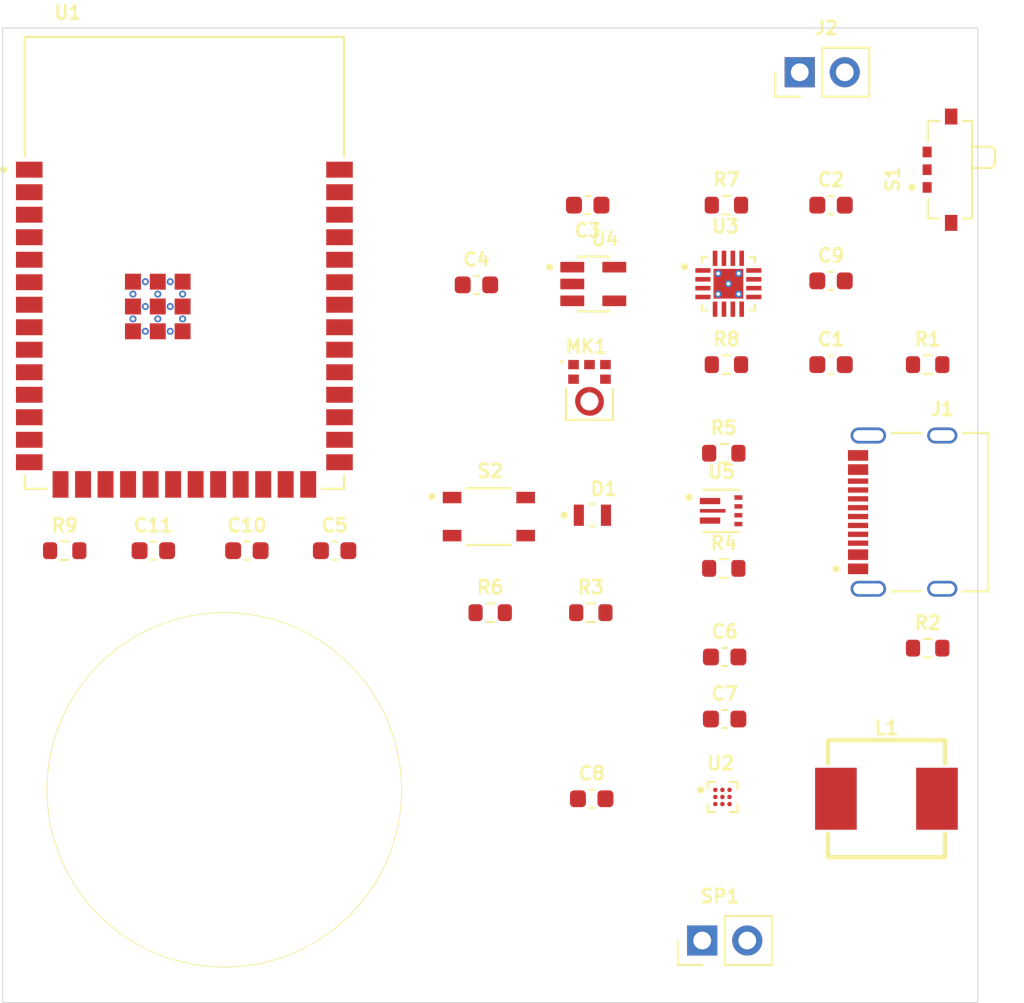
<source format=kicad_pcb>
(kicad_pcb (version 20241229) (generator "pcbnew") (generator_version "9.0")
  (layers (0 "F.Cu" signal) (2 "B.Cu" signal) (13 "F.Paste" user) (15 "B.Paste" user) (5 "F.SilkS" user "F.Silkscreen") (7 "B.SilkS" user "B.Silkscreen") (1 "F.Mask" user) (3 "B.Mask" user) (25 "Edge.Cuts" user))
  (net 0 "")
  (net 1 "/V_SYS_SW")
  (net 2 "/+3V3")
  (net 3 "VBUS")
  (net 5 "/+5V")
  (net 6 "/V_SYS")
  (net 7 "Net-(U1-EN)")
  (net 8 "Net-(D1-PadA)")
  (net 9 "GND")
  (net 10 "/GPIO19")
  (net 11 "Net-(J1-CC2)")
  (net 13 "Net-(J1-CC1)")
  (net 14 "/GPIO20")
  (net 15 "/VBAT")
  (net 16 "Net-(U5-SW)")
  (net 17 "/GPIO3")
  (net 18 "/GPIO9")
  (net 19 "/GPIO4")
  (net 22 "/GPIO8")
  (net 29 "/FB")
  (net 36 "Net-(R6-Pad1)")
  (net 39 "/GPIO7")
  (net 40 "Net-(U3-ISET)")
  (net 41 "Net-(U3-TS)")
  (net 44 "/OUTN")
  (net 46 "/OUTP")
  (net 49 "/GPIO6")
  (net 51 "/GPIO5")
  (footprint "Resistor_SMD:R_0603_1608Metric" (layer "F.Cu") (at 64.175 31)
    (property "Reference" "R1" (at 0 -1.43 0) (layer "F.SilkS") (effects (font (size 0.75 0.75))))
    (property "Value" "5.1k")
    (fp_line (start -0.237258 -0.5225) (end 0.237258 -0.5225) (stroke (width 0.12)) (layer "F.SilkS"))
    (fp_line (start -0.237258 0.5225) (end 0.237258 0.5225) (stroke (width 0.12)) (layer "F.SilkS"))
    (pad "1" smd roundrect (at -0.825 0) (size 0.8 0.95) (layers "F.Cu" "F.Mask" "F.Paste") (net 13 "Net-(J1-CC1)"))
    (pad "2" smd roundrect (at 0.825 0) (size 0.8 0.95) (layers "F.Cu" "F.Mask" "F.Paste") (net 9 "GND"))
  )
  (footprint "footprints:MIC_SPH0645LM4H-B" (layer "F.Cu") (at 45.1 33.074)
    (property "Reference" "MK1" (at -0.181918 -3.095393 0) (layer "F.SilkS") (effects (font (size 0.75 0.75))))
    (property "Value" "SPH0645LM4H-B")
    (fp_line (start -1.325 1.04) (end -1.325 -0.7) (stroke (width 0.127)) (layer "F.SilkS"))
    (fp_line (start 1.325 -0.7) (end 1.325 1.04) (stroke (width 0.127)) (layer "F.SilkS"))
    (fp_line (start 1.325 1.04) (end -1.325 1.04) (stroke (width 0.127)) (layer "F.SilkS"))
    (fp_circle (center -1.578 -2.232) (end -1.528 -2.232) (stroke (width 0.1)) (fill no) (layer "F.SilkS"))
    (pad "" np_thru_hole circle (at 0 0) (size 0.5 0.5) (drill 0.5) (layers "*.Cu" "*.Mask"))
    (pad "1" smd rect (at -0.9 -2.074) (size 0.6 0.522) (layers "F.Cu" "F.Mask" "F.Paste") (net 17 "/GPIO3"))
    (pad "2" smd rect (at -0.9 -1.252) (size 0.6 0.522) (layers "F.Cu" "F.Mask" "F.Paste") (net 9 "GND"))
    (pad "3" smd custom (at 0.65 -0.02) (size 0.1 0.1) (layers "F.Cu") (net 9 "GND") (options (clearance outline) (anchor rect)) (primitives (gr_poly (pts (xy -0.66 -0.49) (xy -0.66 -0.79) (xy -0.707 -0.789) (xy -0.748 -0.786) (xy -0.789 -0.78) (xy -0.83 -0.773) (xy -0.871 -0.763) (xy -0.911 -0.751) (xy -0.95 -0.737) (xy -0.988 -0.721) (xy -1.026 -0.703) (xy -1.063 -0.684) (xy -1.098 -0.662) (xy -1.132 -0.638) (xy -1.165 -0.613) (xy -1.197 -0.586) (xy -1.227 -0.557) (xy -1.256 -0.527) (xy -1.283 -0.495) (xy -1.308 -0.462) (xy -1.332 -0.428) (xy -1.354 -0.393) (xy -1.373 -0.356) (xy -1.391 -0.318) (xy -1.407 -0.28) (xy -1.421 -0.241) (xy -1.433 -0.201) (xy -1.443 -0.16) (xy -1.45 -0.119) (xy -1.456 -0.078) (xy -1.459 -0.037) (xy -1.46 0) (xy -1.459 0.043) (xy -1.455 0.087) (xy -1.45 0.13) (xy -1.442 0.173) (xy -1.432 0.215) (xy -1.419 0.256) (xy -1.405 0.297) (xy -1.388 0.338) (xy -1.37 0.377) (xy -1.349 0.415) (xy -1.326 0.452) (xy -1.301 0.488) (xy -1.275 0.522) (xy -1.247 0.555) (xy -1.217 0.587) (xy -1.185 0.617) (xy -1.152 0.645) (xy -1.118 0.671) (xy -1.082 0.696) (xy -1.045 0.719) (xy -1.007 0.74) (xy -0.968 0.758) (xy -0.927 0.775) (xy -0.886 0.789) (xy -0.845 0.802) (xy -0.803 0.812) (xy -0.76 0.82) (xy -0.717 0.825) (xy -0.673 0.829) (xy -0.63 0.83) (xy -0.62 0.83) (xy -0.579 0.829) (xy -0.538 0.826) (xy -0.498 0.82) (xy -0.458 0.813) (xy -0.418 0.803) (xy -0.379 0.792) (xy -0.34 0.778) (xy -0.303 0.763) (xy -0.266 0.745) (xy -0.23 0.725) (xy -0.195 0.704) (xy -0.162 0.681) (xy -0.129 0.656) (xy -0.098 0.63) (xy -0.068 0.602) (xy -0.04 0.572) (xy -0.014 0.541) (xy 0.011 0.508) (xy 0.034 0.475) (xy 0.055 0.44) (xy 0.075 0.404) (xy 0.093 0.367) (xy 0.108 0.33) (xy 0.122 0.291) (xy 0.133 0.252) (xy 0.143 0.212) (xy 0.15 0.172) (xy 0.156 0.132) (xy 0.159 0.091) (xy 0.16 0.05) (xy 0.16 0.02) (xy 0.159 -0.022) (xy 0.156 -0.065) (xy 0.15 -0.107) (xy 0.142 -0.148) (xy 0.132 -0.19) (xy 0.12 -0.23) (xy 0.106 -0.27) (xy 0.09 -0.309) (xy 0.072 -0.348) (xy 0.051 -0.385) (xy 0.029 -0.421) (xy 0.005 -0.456) (xy -0.021 -0.49) (xy -0.048 -0.522) (xy -0.077 -0.553) (xy -0.108 -0.582) (xy -0.14 -0.609) (xy -0.174 -0.635) (xy -0.209 -0.659) (xy -0.245 -0.681) (xy -0.282 -0.702) (xy -0.321 -0.72) (xy -0.36 -0.736) (xy -0.4 -0.75) (xy -0.44 -0.762) (xy -0.482 -0.772) (xy -0.523 -0.78) (xy -0.565 -0.786) (xy -0.608 -0.789) (xy -0.65 -0.79) (xy -0.65 -0.49) (xy -0.627 -0.49) (xy -0.601 -0.488) (xy -0.575 -0.485) (xy -0.549 -0.481) (xy -0.523 -0.475) (xy -0.497 -0.468) (xy -0.472 -0.46) (xy -0.448 -0.45) (xy -0.424 -0.439) (xy -0.4 -0.427) (xy -0.377 -0.413) (xy -0.355 -0.399) (xy -0.334 -0.383) (xy -0.314 -0.366) (xy -0.294 -0.348) (xy -0.276 -0.329) (xy -0.258 -0.31) (xy -0.242 -0.289) (xy -0.226 -0.267) (xy -0.212 -0.245) (xy -0.199 -0.222) (xy -0.187 -0.198) (xy -0.177 -0.174) (xy -0.167 -0.149) (xy -0.16 -0.124) (xy -0.153 -0.099) (xy -0.148 -0.073) (xy -0.144 -0.047) (xy -0.141 -0.02) (xy -0.14 0.01) (xy -0.141 0.037) (xy -0.143 0.064) (xy -0.146 0.091) (xy -0.151 0.118) (xy -0.158 0.145) (xy -0.165 0.171) (xy -0.175 0.196) (xy -0.185 0.222) (xy -0.197 0.246) (xy -0.21 0.27) (xy -0.224 0.293) (xy -0.239 0.316) (xy -0.256 0.337) (xy -0.274 0.358) (xy -0.292 0.378) (xy -0.312 0.396) (xy -0.333 0.414) (xy -0.354 0.431) (xy -0.377 0.446) (xy -0.4 0.46) (xy -0.424 0.473) (xy -0.448 0.485) (xy -0.474 0.495) (xy -0.499 0.505) (xy -0.525 0.512) (xy -0.552 0.519) (xy -0.579 0.524) (xy -0.606 0.527) (xy -0.633 0.529) (xy -0.66 0.53) (xy -0.67 0.53) (xy -0.696 0.529) (xy -0.721 0.527) (xy -0.747 0.524) (xy -0.772 0.519) (xy -0.797 0.513) (xy -0.821 0.506) (xy -0.846 0.497) (xy -0.869 0.488) (xy -0.892 0.477) (xy -0.915 0.464) (xy -0.937 0.451) (xy -0.958 0.436) (xy -0.978 0.421) (xy -0.998 0.404) (xy -1.016 0.386) (xy -1.034 0.368) (xy -1.051 0.348) (xy -1.066 0.328) (xy -1.081 0.307) (xy -1.094 0.285) (xy -1.107 0.262) (xy -1.118 0.239) (xy -1.127 0.216) (xy -1.136 0.191) (xy -1.143 0.167) (xy -1.149 0.142) (xy -1.154 0.117) (xy -1.157 0.091) (xy -1.159 0.066) (xy -1.16 0.04) (xy -1.16 0.01) (xy -1.159 -0.016) (xy -1.157 -0.042) (xy -1.154 -0.068) (xy -1.149 -0.094) (xy -1.143 -0.119) (xy -1.136 -0.145) (xy -1.127 -0.169) (xy -1.117 -0.193) (xy -1.106 -0.217) (xy -1.093 -0.24) (xy -1.079 -0.262) (xy -1.065 -0.284) (xy -1.049 -0.305) (xy -1.032 -0.325) (xy -1.014 -0.344) (xy -0.995 -0.362) (xy -0.975 -0.379) (xy -0.954 -0.395) (xy -0.932 -0.409) (xy -0.91 -0.423) (xy -0.887 -0.436) (xy -0.863 -0.447) (xy -0.839 -0.457) (xy -0.815 -0.466) (xy -0.789 -0.473) (xy -0.764 -0.479) (xy -0.738 -0.484) (xy -0.712 -0.487) (xy -0.686 -0.489) (xy -0.66 -0.49)) (width 0.001) (fill yes))))
    (pad "4" smd rect (at 0.9 -1.252) (size 0.6 0.522) (layers "F.Cu" "F.Mask" "F.Paste") (net 19 "/GPIO4"))
    (pad "5" smd rect (at 0.9 -2.074) (size 0.6 0.522) (layers "F.Cu" "F.Mask" "F.Paste") (net 2 "/+3V3"))
    (pad "6" smd rect (at 0 -2.074) (size 0.6 0.522) (layers "F.Cu" "F.Mask" "F.Paste") (net 18 "/GPIO9"))
  )
  (footprint "footprints:XCVR_ESP32S3WROOM1N8R8" (layer "F.Cu") (at 22.25 25.26)
    (property "Reference" "U1" (at -6.575 -14.135 0) (layer "F.SilkS") (effects (font (size 0.75 0.75))))
    (property "Value" "ESP32-S3-WROOM-1-N8R8")
    (fp_line (start -9 -12.75) (end 9 -12.75) (stroke (width 0.127)) (layer "F.SilkS"))
    (fp_line (start -9 -6.03) (end -9 -12.75) (stroke (width 0.127)) (layer "F.SilkS"))
    (fp_line (start -9 12.02) (end -9 12.75) (stroke (width 0.127)) (layer "F.SilkS"))
    (fp_line (start -9 12.75) (end -7.755 12.75) (stroke (width 0.127)) (layer "F.SilkS"))
    (fp_line (start 9 -12.75) (end 9 -6.03) (stroke (width 0.127)) (layer "F.SilkS"))
    (fp_line (start 9 12.02) (end 9 12.75) (stroke (width 0.127)) (layer "F.SilkS"))
    (fp_line (start 9 12.75) (end 7.755 12.75) (stroke (width 0.127)) (layer "F.SilkS"))
    (fp_circle (center -10.2 -5.26) (end -10.1 -5.26) (stroke (width 0.2)) (fill no) (layer "F.SilkS"))
    (pad "1" smd rect (at -8.75 -5.26) (size 1.5 0.9) (layers "F.Cu" "F.Mask" "F.Paste") (net 9 "GND"))
    (pad "2" smd rect (at -8.75 -3.99) (size 1.5 0.9) (layers "F.Cu" "F.Mask" "F.Paste") (net 2 "/+3V3"))
    (pad "3" smd rect (at -8.75 -2.72) (size 1.5 0.9) (layers "F.Cu" "F.Mask" "F.Paste") (net 7 "Net-(U1-EN)"))
    (pad "4" smd rect (at -8.75 -1.45) (size 1.5 0.9) (layers "F.Cu" "F.Mask" "F.Paste") (net 19 "/GPIO4"))
    (pad "5" smd rect (at -8.75 -0.18) (size 1.5 0.9) (layers "F.Cu" "F.Mask" "F.Paste") (net 51 "/GPIO5"))
    (pad "6" smd rect (at -8.75 1.09) (size 1.5 0.9) (layers "F.Cu" "F.Mask" "F.Paste") (net 49 "/GPIO6"))
    (pad "7" smd rect (at -8.75 2.36) (size 1.5 0.9) (layers "F.Cu" "F.Mask" "F.Paste") (net 39 "/GPIO7"))
    (pad "8" smd rect (at -8.75 3.63) (size 1.5 0.9) (layers "F.Cu" "F.Mask" "F.Paste"))
    (pad "9" smd rect (at -8.75 4.9) (size 1.5 0.9) (layers "F.Cu" "F.Mask" "F.Paste"))
    (pad "10" smd rect (at -8.75 6.17) (size 1.5 0.9) (layers "F.Cu" "F.Mask" "F.Paste"))
    (pad "11" smd rect (at -8.75 7.44) (size 1.5 0.9) (layers "F.Cu" "F.Mask" "F.Paste"))
    (pad "12" smd rect (at -8.75 8.71) (size 1.5 0.9) (layers "F.Cu" "F.Mask" "F.Paste") (net 22 "/GPIO8"))
    (pad "13" smd rect (at -8.75 9.98) (size 1.5 0.9) (layers "F.Cu" "F.Mask" "F.Paste"))
    (pad "14" smd rect (at -8.75 11.25) (size 1.5 0.9) (layers "F.Cu" "F.Mask" "F.Paste"))
    (pad "15" smd rect (at -6.985 12.5) (size 0.9 1.5) (layers "F.Cu" "F.Mask" "F.Paste") (net 17 "/GPIO3"))
    (pad "16" smd rect (at -5.715 12.5) (size 0.9 1.5) (layers "F.Cu" "F.Mask" "F.Paste"))
    (pad "17" smd rect (at -4.445 12.5) (size 0.9 1.5) (layers "F.Cu" "F.Mask" "F.Paste") (net 18 "/GPIO9"))
    (pad "18" smd rect (at -3.175 12.5) (size 0.9 1.5) (layers "F.Cu" "F.Mask" "F.Paste"))
    (pad "19" smd rect (at -1.905 12.5) (size 0.9 1.5) (layers "F.Cu" "F.Mask" "F.Paste") (net 10 "/GPIO19"))
    (pad "20" smd rect (at -0.635 12.5) (size 0.9 1.5) (layers "F.Cu" "F.Mask" "F.Paste") (net 14 "/GPIO20"))
    (pad "21" smd rect (at 0.635 12.5) (size 0.9 1.5) (layers "F.Cu" "F.Mask" "F.Paste"))
    (pad "22" smd rect (at 1.905 12.5) (size 0.9 1.5) (layers "F.Cu" "F.Mask" "F.Paste"))
    (pad "23" smd rect (at 3.175 12.5) (size 0.9 1.5) (layers "F.Cu" "F.Mask" "F.Paste"))
    (pad "24" smd rect (at 4.445 12.5) (size 0.9 1.5) (layers "F.Cu" "F.Mask" "F.Paste"))
    (pad "25" smd rect (at 5.715 12.5) (size 0.9 1.5) (layers "F.Cu" "F.Mask" "F.Paste"))
    (pad "26" smd rect (at 6.985 12.5) (size 0.9 1.5) (layers "F.Cu" "F.Mask" "F.Paste"))
    (pad "27" smd rect (at 8.75 11.25) (size 1.5 0.9) (layers "F.Cu" "F.Mask" "F.Paste"))
    (pad "28" smd rect (at 8.75 9.98) (size 1.5 0.9) (layers "F.Cu" "F.Mask" "F.Paste"))
    (pad "29" smd rect (at 8.75 8.71) (size 1.5 0.9) (layers "F.Cu" "F.Mask" "F.Paste"))
    (pad "30" smd rect (at 8.75 7.44) (size 1.5 0.9) (layers "F.Cu" "F.Mask" "F.Paste"))
    (pad "31" smd rect (at 8.75 6.17) (size 1.5 0.9) (layers "F.Cu" "F.Mask" "F.Paste"))
    (pad "32" smd rect (at 8.75 4.9) (size 1.5 0.9) (layers "F.Cu" "F.Mask" "F.Paste"))
    (pad "33" smd rect (at 8.75 3.63) (size 1.5 0.9) (layers "F.Cu" "F.Mask" "F.Paste"))
    (pad "34" smd rect (at 8.75 2.36) (size 1.5 0.9) (layers "F.Cu" "F.Mask" "F.Paste"))
    (pad "35" smd rect (at 8.75 1.09) (size 1.5 0.9) (layers "F.Cu" "F.Mask" "F.Paste"))
    (pad "36" smd rect (at 8.75 -0.18) (size 1.5 0.9) (layers "F.Cu" "F.Mask" "F.Paste"))
    (pad "37" smd rect (at 8.75 -1.45) (size 1.5 0.9) (layers "F.Cu" "F.Mask" "F.Paste"))
    (pad "38" smd rect (at 8.75 -2.72) (size 1.5 0.9) (layers "F.Cu" "F.Mask" "F.Paste"))
    (pad "39" smd rect (at 8.75 -3.99) (size 1.5 0.9) (layers "F.Cu" "F.Mask" "F.Paste"))
    (pad "40" smd rect (at 8.75 -5.26) (size 1.5 0.9) (layers "F.Cu" "F.Mask" "F.Paste") (net 9 "GND"))
    (pad "41_1" smd rect (at -1.5 2.46) (size 0.9 0.9) (layers "F.Cu" "F.Mask" "F.Paste") (net 9 "GND"))
    (pad "41_2" smd rect (at -2.9 2.46) (size 0.9 0.9) (layers "F.Cu" "F.Mask" "F.Paste") (net 9 "GND"))
    (pad "41_3" smd rect (at -0.1 2.46) (size 0.9 0.9) (layers "F.Cu" "F.Mask" "F.Paste") (net 9 "GND"))
    (pad "41_4" smd rect (at -2.9 3.86) (size 0.9 0.9) (layers "F.Cu" "F.Mask" "F.Paste") (net 9 "GND"))
    (pad "41_5" smd rect (at -1.5 3.86) (size 0.9 0.9) (layers "F.Cu" "F.Mask" "F.Paste") (net 9 "GND"))
    (pad "41_6" smd rect (at -0.1 3.86) (size 0.9 0.9) (layers "F.Cu" "F.Mask" "F.Paste") (net 9 "GND"))
    (pad "41_7" smd rect (at -2.9 1.06) (size 0.9 0.9) (layers "F.Cu" "F.Mask" "F.Paste") (net 9 "GND"))
    (pad "41_8" smd rect (at -1.5 1.06) (size 0.9 0.9) (layers "F.Cu" "F.Mask" "F.Paste") (net 9 "GND"))
    (pad "41_9" smd rect (at -0.1 1.06) (size 0.9 0.9) (layers "F.Cu" "F.Mask" "F.Paste") (net 9 "GND"))
    (pad "41_10" thru_hole circle (at -1.5 1.76) (size 0.4 0.4) (drill 0.2) (layers "*.Cu"))
    (pad "41_11" thru_hole circle (at -2.9 1.76) (size 0.4 0.4) (drill 0.2) (layers "*.Cu"))
    (pad "41_12" thru_hole circle (at -0.1 1.76) (size 0.4 0.4) (drill 0.2) (layers "*.Cu"))
    (pad "41_13" thru_hole circle (at -2.9 3.16) (size 0.4 0.4) (drill 0.2) (layers "*.Cu"))
    (pad "41_14" thru_hole circle (at -1.5 3.16) (size 0.4 0.4) (drill 0.2) (layers "*.Cu"))
    (pad "41_15" thru_hole circle (at -0.1 3.16) (size 0.4 0.4) (drill 0.2) (layers "*.Cu"))
    (pad "41_16" thru_hole circle (at -2.2 1.06) (size 0.4 0.4) (drill 0.2) (layers "*.Cu"))
    (pad "41_17" thru_hole circle (at -0.8 1.06) (size 0.4 0.4) (drill 0.2) (layers "*.Cu"))
    (pad "41_18" thru_hole circle (at -2.2 2.46) (size 0.4 0.4) (drill 0.2) (layers "*.Cu"))
    (pad "41_19" thru_hole circle (at -0.8 2.46) (size 0.4 0.4) (drill 0.2) (layers "*.Cu"))
    (pad "41_20" thru_hole circle (at -2.2 3.86) (size 0.4 0.4) (drill 0.2) (layers "*.Cu"))
    (pad "41_21" thru_hole circle (at -0.8 3.86) (size 0.4 0.4) (drill 0.2) (layers "*.Cu"))
  )
  (footprint "footprints:CONV_TPS61022RWUR" (layer "F.Cu") (at 52.525 39.25)
    (property "Reference" "U5" (at 0.025 -2.195 0) (layer "F.SilkS") (effects (font (size 0.75 0.75))))
    (property "Value" "TPS61022RWUR")
    (fp_line (start -1 -1.19) (end 1 -1.19) (stroke (width 0.127)) (layer "F.SilkS"))
    (fp_line (start -1 1.19) (end 1 1.19) (stroke (width 0.127)) (layer "F.SilkS"))
    (fp_circle (center -1.8 -0.762) (end -1.7 -0.762) (stroke (width 0.2)) (fill no) (layer "F.SilkS"))
    (pad "1" smd rect (at -0.625 -0.55) (size 1.15 0.35) (layers "F.Cu") (net 9 "GND"))
    (pad "2" smd rect (at -0.475 0) (size 1.45 0.2) (layers "F.Cu") (net 16 "Net-(U5-SW)"))
    (pad "3" smd rect (at -0.625 0.55) (size 1.15 0.35) (layers "F.Cu") (net 5 "/+5V"))
    (pad "4" smd rect (at 0.975 0.75) (size 0.45 0.25) (layers "F.Cu" "F.Paste") (net 29 "/FB"))
    (pad "5" smd rect (at 0.975 0.25) (size 0.45 0.25) (layers "F.Cu" "F.Paste") (net 1 "/V_SYS_SW"))
    (pad "6" smd rect (at 0.975 -0.25) (size 0.45 0.25) (layers "F.Cu" "F.Paste") (net 1 "/V_SYS_SW"))
    (pad "7" smd rect (at 0.975 -0.75) (size 0.45 0.25) (layers "F.Cu" "F.Paste") (net 1 "/V_SYS_SW"))
  )
  (footprint "" (layer "F.Cu") (at 20 55.5)
    (property "Reference" "" (at 0 0 0) (layer "F.SilkS") (effects (font (size 1.27 1.27))))
    (property "Value" "")
    (pad "" np_thru_hole circle (at 0 0 90) (size 0.8 0.8) (drill 0.8) (layers "*.Cu" "*.Mask"))
  )
  (footprint "footprints:LED_KT-0805W" (layer "F.Cu") (at 45.265 39.5)
    (property "Reference" "D1" (at 0.65 -1.49 0) (layer "F.SilkS") (effects (font (size 0.75 0.75))))
    (property "Value" "KT-0805W")
    (fp_line (start -0.13 -0.625) (end 0.13 -0.625) (stroke (width 0.127)) (layer "F.SilkS"))
    (fp_line (start -0.13 0.625) (end 0.13 0.625) (stroke (width 0.127)) (layer "F.SilkS"))
    (fp_circle (center -1.6 0) (end -1.5 0) (stroke (width 0.2)) (fill no) (layer "F.SilkS"))
    (pad "A" smd rect (at 0.765 0) (size 0.57 1.2) (layers "F.Cu" "F.Mask" "F.Paste") (net 8 "Net-(D1-PadA)"))
    (pad "C" smd rect (at -0.765 0) (size 0.57 1.2) (layers "F.Cu" "F.Mask" "F.Paste") (net 9 "GND"))
  )
  (footprint "footprints:IND-SMD_L7.2-W6.6_GPSR0730" (layer "F.Cu") (at 61.85 55.5)
    (property "Reference" "L1" (at 0 -4 0) (layer "F.SilkS") (effects (font (size 0.75 0.75))))
    (property "Value" "CYA0630-1.0UH")
    (fp_line (start -3.3 -3.3) (end -3.3 -1.99) (stroke (width 0.25)) (layer "F.SilkS"))
    (fp_line (start -3.3 -3.3) (end 3.3 -3.3) (stroke (width 0.25)) (layer "F.SilkS"))
    (fp_line (start -3.3 1.98) (end -3.3 3.3) (stroke (width 0.25)) (layer "F.SilkS"))
    (fp_line (start -3.3 3.3) (end 3.3 3.3) (stroke (width 0.25)) (layer "F.SilkS"))
    (fp_line (start 3.3 -3.3) (end 3.3 -1.99) (stroke (width 0.25)) (layer "F.SilkS"))
    (fp_line (start 3.3 1.98) (end 3.3 3.3) (stroke (width 0.25)) (layer "F.SilkS"))
    (pad "1" smd rect (at -2.85 0) (size 2.35 3.5) (layers "F.Cu" "F.Mask" "F.Paste") (net 16 "Net-(U5-SW)"))
    (pad "2" smd rect (at 2.85 0) (size 2.35 3.5) (layers "F.Cu" "F.Mask" "F.Paste") (net 1 "/V_SYS_SW"))
  )
  (footprint "" (layer "F.Cu") (at 24.5 60)
    (property "Reference" "" (at 0 0 0) (layer "F.SilkS") (effects (font (size 1.27 1.27))))
    (property "Value" "")
    (pad "" np_thru_hole circle (at 0 0 90) (size 0.8 0.8) (drill 0.8) (layers "*.Cu" "*.Mask"))
  )
  (footprint "Resistor_SMD:R_0603_1608Metric" (layer "F.Cu") (at 52.675 36)
    (property "Reference" "R5" (at 0 -1.43 0) (layer "F.SilkS") (effects (font (size 0.75 0.75))))
    (property "Value" "100k")
    (fp_line (start -0.237258 -0.5225) (end 0.237258 -0.5225) (stroke (width 0.12)) (layer "F.SilkS"))
    (fp_line (start -0.237258 0.5225) (end 0.237258 0.5225) (stroke (width 0.12)) (layer "F.SilkS"))
    (pad "1" smd roundrect (at -0.825 0) (size 0.8 0.95) (layers "F.Cu" "F.Mask" "F.Paste") (net 29 "/FB"))
    (pad "2" smd roundrect (at 0.825 0) (size 0.8 0.95) (layers "F.Cu" "F.Mask" "F.Paste") (net 9 "GND"))
  )
  (footprint "footprints:SW_SKRPABE010" (layer "F.Cu") (at 39.425 39.575)
    (property "Reference" "S2" (at 0.075 -2.575 0) (layer "F.SilkS") (effects (font (size 0.75 0.75))))
    (property "Value" "SKRPABE010")
    (fp_line (start -1.23 -1.6) (end 1.23 -1.6) (stroke (width 0.127)) (layer "F.SilkS"))
    (fp_line (start -1.23 1.6) (end 1.23 1.6) (stroke (width 0.127)) (layer "F.SilkS"))
    (fp_circle (center -3.218 -1.13) (end -3.118 -1.13) (stroke (width 0.2)) (fill no) (layer "F.SilkS"))
    (pad "1" smd rect (at -2.075 -1.075) (size 1.05 0.65) (layers "F.Cu" "F.Mask" "F.Paste") (net 36 "Net-(R6-Pad1)"))
    (pad "2" smd rect (at 2.075 -1.075) (size 1.05 0.65) (layers "F.Cu" "F.Mask" "F.Paste") (net 36 "Net-(R6-Pad1)"))
    (pad "3" smd rect (at -2.075 1.075) (size 1.05 0.65) (layers "F.Cu" "F.Mask" "F.Paste") (net 9 "GND"))
    (pad "4" smd rect (at 2.075 1.075) (size 1.05 0.65) (layers "F.Cu" "F.Mask" "F.Paste") (net 9 "GND"))
  )
  (footprint "Capacitor_SMD:C_0603_1608Metric" (layer "F.Cu") (at 58.725 31)
    (property "Reference" "C1" (at 0 -1.43 0) (layer "F.SilkS") (effects (font (size 0.75 0.75))))
    (property "Value" "10uF")
    (fp_line (start -0.14058 -0.51) (end 0.14058 -0.51) (stroke (width 0.12)) (layer "F.SilkS"))
    (fp_line (start -0.14058 0.51) (end 0.14058 0.51) (stroke (width 0.12)) (layer "F.SilkS"))
    (pad "1" smd roundrect (at -0.775 0) (size 0.9 0.95) (layers "F.Cu" "F.Mask" "F.Paste") (net 3 "VBUS"))
    (pad "2" smd roundrect (at 0.775 0) (size 0.9 0.95) (layers "F.Cu" "F.Mask" "F.Paste") (net 9 "GND"))
  )
  (footprint "footprints:BGA9N40P3X3_134X143X69N" (layer "F.Cu") (at 52.6 55.4)
    (property "Reference" "U2" (at -0.1 -1.9 0) (layer "F.SilkS") (effects (font (size 0.75 0.75))))
    (property "Value" "MAX98357AEWL_T")
    (fp_line (start -0.845 -0.845) (end -0.845 -0.4225) (stroke (width 0.127)) (layer "F.SilkS"))
    (fp_line (start -0.845 -0.845) (end -0.4225 -0.845) (stroke (width 0.127)) (layer "F.SilkS"))
    (fp_line (start -0.845 0.845) (end -0.845 0.4225) (stroke (width 0.127)) (layer "F.SilkS"))
    (fp_line (start -0.845 0.845) (end -0.4225 0.845) (stroke (width 0.127)) (layer "F.SilkS"))
    (fp_line (start 0.845 -0.845) (end 0.4225 -0.845) (stroke (width 0.127)) (layer "F.SilkS"))
    (fp_line (start 0.845 -0.845) (end 0.845 -0.4225) (stroke (width 0.127)) (layer "F.SilkS"))
    (fp_line (start 0.845 0.845) (end 0.4225 0.845) (stroke (width 0.127)) (layer "F.SilkS"))
    (fp_line (start 0.845 0.845) (end 0.845 0.4225) (stroke (width 0.127)) (layer "F.SilkS"))
    (fp_circle (center -1.231 -0.4) (end -1.131 -0.4) (stroke (width 0.2)) (fill no) (layer "F.SilkS"))
    (pad "A1" smd circle (at -0.4 -0.4) (size 0.25 0.25) (layers "F.Cu" "F.Mask" "F.Paste") (net 49 "/GPIO6"))
    (pad "A2" smd circle (at 0 -0.4) (size 0.25 0.25) (layers "F.Cu" "F.Mask" "F.Paste") (net 5 "/+5V"))
    (pad "A3" smd circle (at 0.4 -0.4) (size 0.25 0.25) (layers "F.Cu" "F.Mask" "F.Paste") (net 46 "/OUTP"))
    (pad "B1" smd circle (at -0.4 0) (size 0.25 0.25) (layers "F.Cu" "F.Mask" "F.Paste") (net 51 "/GPIO5"))
    (pad "B2" smd circle (at 0 0) (size 0.25 0.25) (layers "F.Cu" "F.Mask" "F.Paste"))
    (pad "B3" smd circle (at 0.4 0) (size 0.25 0.25) (layers "F.Cu" "F.Mask" "F.Paste") (net 44 "/OUTN"))
    (pad "C1" smd circle (at -0.4 0.4) (size 0.25 0.25) (layers "F.Cu" "F.Mask" "F.Paste") (net 19 "/GPIO4"))
    (pad "C2" smd circle (at 0 0.4) (size 0.25 0.25) (layers "F.Cu" "F.Mask" "F.Paste") (net 9 "GND"))
    (pad "C3" smd circle (at 0.4 0.4) (size 0.25 0.25) (layers "F.Cu" "F.Mask" "F.Paste") (net 17 "/GPIO3"))
  )
  (footprint "Resistor_SMD:R_0603_1608Metric" (layer "F.Cu") (at 64.175 47)
    (property "Reference" "R2" (at 0 -1.43 0) (layer "F.SilkS") (effects (font (size 0.75 0.75))))
    (property "Value" "5.1k")
    (fp_line (start -0.237258 -0.5225) (end 0.237258 -0.5225) (stroke (width 0.12)) (layer "F.SilkS"))
    (fp_line (start -0.237258 0.5225) (end 0.237258 0.5225) (stroke (width 0.12)) (layer "F.SilkS"))
    (pad "1" smd roundrect (at -0.825 0) (size 0.8 0.95) (layers "F.Cu" "F.Mask" "F.Paste") (net 11 "Net-(J1-CC2)"))
    (pad "2" smd roundrect (at 0.825 0) (size 0.8 0.95) (layers "F.Cu" "F.Mask" "F.Paste") (net 9 "GND"))
  )
  (footprint "Resistor_SMD:R_0603_1608Metric" (layer "F.Cu") (at 52.825 31)
    (property "Reference" "R8" (at 0 -1.43 0) (layer "F.SilkS") (effects (font (size 0.75 0.75))))
    (property "Value" "10k")
    (fp_line (start -0.237258 -0.5225) (end 0.237258 -0.5225) (stroke (width 0.12)) (layer "F.SilkS"))
    (fp_line (start -0.237258 0.5225) (end 0.237258 0.5225) (stroke (width 0.12)) (layer "F.SilkS"))
    (pad "1" smd roundrect (at -0.825 0) (size 0.8 0.95) (layers "F.Cu" "F.Mask" "F.Paste") (net 41 "Net-(U3-TS)"))
    (pad "2" smd roundrect (at 0.825 0) (size 0.8 0.95) (layers "F.Cu" "F.Mask" "F.Paste") (net 9 "GND"))
  )
  (footprint "Resistor_SMD:R_0603_1608Metric" (layer "F.Cu") (at 45.175 45)
    (property "Reference" "R3" (at 0 -1.43 0) (layer "F.SilkS") (effects (font (size 0.75 0.75))))
    (property "Value" "47R")
    (fp_line (start -0.237258 -0.5225) (end 0.237258 -0.5225) (stroke (width 0.12)) (layer "F.SilkS"))
    (fp_line (start -0.237258 0.5225) (end 0.237258 0.5225) (stroke (width 0.12)) (layer "F.SilkS"))
    (pad "1" smd roundrect (at -0.825 0) (size 0.8 0.95) (layers "F.Cu" "F.Mask" "F.Paste") (net 8 "Net-(D1-PadA)"))
    (pad "2" smd roundrect (at 0.825 0) (size 0.8 0.95) (layers "F.Cu" "F.Mask" "F.Paste") (net 22 "/GPIO8"))
  )
  (footprint "Resistor_SMD:R_0603_1608Metric" (layer "F.Cu") (at 39.5 45)
    (property "Reference" "R6" (at 0 -1.43 0) (layer "F.SilkS") (effects (font (size 0.75 0.75))))
    (property "Value" "10k")
    (fp_line (start -0.237258 -0.5225) (end 0.237258 -0.5225) (stroke (width 0.12)) (layer "F.SilkS"))
    (fp_line (start -0.237258 0.5225) (end 0.237258 0.5225) (stroke (width 0.12)) (layer "F.SilkS"))
    (pad "1" smd roundrect (at -0.825 0) (size 0.8 0.95) (layers "F.Cu" "F.Mask" "F.Paste") (net 36 "Net-(R6-Pad1)"))
    (pad "2" smd roundrect (at 0.825 0) (size 0.8 0.95) (layers "F.Cu" "F.Mask" "F.Paste") (net 39 "/GPIO7"))
  )
  (footprint "Capacitor_SMD:C_0603_1608Metric" (layer "F.Cu") (at 52.725 51)
    (property "Reference" "C7" (at 0 -1.43 0) (layer "F.SilkS") (effects (font (size 0.75 0.75))))
    (property "Value" "22uF")
    (fp_line (start -0.14058 -0.51) (end 0.14058 -0.51) (stroke (width 0.12)) (layer "F.SilkS"))
    (fp_line (start -0.14058 0.51) (end 0.14058 0.51) (stroke (width 0.12)) (layer "F.SilkS"))
    (pad "1" smd roundrect (at -0.775 0) (size 0.9 0.95) (layers "F.Cu" "F.Mask" "F.Paste") (net 5 "/+5V"))
    (pad "2" smd roundrect (at 0.775 0) (size 0.9 0.95) (layers "F.Cu" "F.Mask" "F.Paste") (net 9 "GND"))
  )
  (footprint "Capacitor_SMD:C_0603_1608Metric" (layer "F.Cu") (at 25.775 41.5)
    (property "Reference" "C10" (at 0 -1.43 0) (layer "F.SilkS") (effects (font (size 0.75 0.75))))
    (property "Value" "1uF")
    (fp_line (start -0.14058 -0.51) (end 0.14058 -0.51) (stroke (width 0.12)) (layer "F.SilkS"))
    (fp_line (start -0.14058 0.51) (end 0.14058 0.51) (stroke (width 0.12)) (layer "F.SilkS"))
    (pad "1" smd roundrect (at -0.775 0) (size 0.9 0.95) (layers "F.Cu" "F.Mask" "F.Paste") (net 2 "/+3V3"))
    (pad "2" smd roundrect (at 0.775 0) (size 0.9 0.95) (layers "F.Cu" "F.Mask" "F.Paste") (net 9 "GND"))
  )
  (footprint "Capacitor_SMD:C_0603_1608Metric" (layer "F.Cu") (at 38.725 26.5)
    (property "Reference" "C4" (at 0 -1.43 0) (layer "F.SilkS") (effects (font (size 0.75 0.75))))
    (property "Value" "0.1uF")
    (fp_line (start -0.14058 -0.51) (end 0.14058 -0.51) (stroke (width 0.12)) (layer "F.SilkS"))
    (fp_line (start -0.14058 0.51) (end 0.14058 0.51) (stroke (width 0.12)) (layer "F.SilkS"))
    (pad "1" smd roundrect (at -0.775 0) (size 0.9 0.95) (layers "F.Cu" "F.Mask" "F.Paste") (net 2 "/+3V3"))
    (pad "2" smd roundrect (at 0.775 0) (size 0.9 0.95) (layers "F.Cu" "F.Mask" "F.Paste") (net 9 "GND"))
  )
  (footprint "" (layer "F.Cu") (at 24.5 55.5)
    (property "Reference" "" (at 0 0 0) (layer "F.SilkS") (effects (font (size 1.27 1.27))))
    (property "Value" "")
    (pad "" np_thru_hole circle (at 0 0 90) (size 0.8 0.8) (drill 0.8) (layers "*.Cu" "*.Mask"))
  )
  (footprint "Capacitor_SMD:C_0603_1608Metric" (layer "F.Cu") (at 20.5 41.5)
    (property "Reference" "C11" (at 0 -1.43 0) (layer "F.SilkS") (effects (font (size 0.75 0.75))))
    (property "Value" "0.1uF")
    (fp_line (start -0.14058 -0.51) (end 0.14058 -0.51) (stroke (width 0.12)) (layer "F.SilkS"))
    (fp_line (start -0.14058 0.51) (end 0.14058 0.51) (stroke (width 0.12)) (layer "F.SilkS"))
    (pad "1" smd roundrect (at -0.775 0) (size 0.9 0.95) (layers "F.Cu" "F.Mask" "F.Paste") (net 7 "Net-(U1-EN)"))
    (pad "2" smd roundrect (at 0.775 0) (size 0.9 0.95) (layers "F.Cu" "F.Mask" "F.Paste") (net 9 "GND"))
  )
  (footprint "Resistor_SMD:R_0603_1608Metric" (layer "F.Cu") (at 52.675 42.5)
    (property "Reference" "R4" (at 0 -1.43 0) (layer "F.SilkS") (effects (font (size 0.75 0.75))))
    (property "Value" "732k")
    (fp_line (start -0.237258 -0.5225) (end 0.237258 -0.5225) (stroke (width 0.12)) (layer "F.SilkS"))
    (fp_line (start -0.237258 0.5225) (end 0.237258 0.5225) (stroke (width 0.12)) (layer "F.SilkS"))
    (pad "1" smd roundrect (at -0.825 0) (size 0.8 0.95) (layers "F.Cu" "F.Mask" "F.Paste") (net 5 "/+5V"))
    (pad "2" smd roundrect (at 0.825 0) (size 0.8 0.95) (layers "F.Cu" "F.Mask" "F.Paste") (net 29 "/FB"))
  )
  (footprint "Connector_PinHeader_2.54mm:PinHeader_1x02_P2.54mm_Vertical" (layer "F.Cu") (at 51.46 63.5 90)
    (property "Reference" "SP1" (at 2.5 1 180) (layer "F.SilkS") (effects (font (size 0.75 0.75))))
    (property "Value" "Conn_01x02")
    (fp_line (start -1.38 -1.38) (end 0 -1.38) (stroke (width 0.12)) (layer "F.SilkS"))
    (fp_line (start -1.38 0) (end -1.38 -1.38) (stroke (width 0.12)) (layer "F.SilkS"))
    (fp_line (start 1.38 1.27) (end 1.38 3.92) (stroke (width 0.12)) (layer "F.SilkS"))
    (fp_line (start -1.38 1.27) (end 1.38 1.27) (stroke (width 0.12)) (layer "F.SilkS"))
    (fp_line (start -1.38 1.27) (end -1.38 3.92) (stroke (width 0.12)) (layer "F.SilkS"))
    (fp_line (start -1.38 3.92) (end 1.38 3.92) (stroke (width 0.12)) (layer "F.SilkS"))
    (pad "1" thru_hole rect (at 0 0 90) (size 1.7 1.7) (drill 1) (layers "*.Cu" "*.Mask") (net 46 "/OUTP"))
    (pad "2" thru_hole circle (at 0 2.54 90) (size 1.7 1.7) (drill 1) (layers "*.Cu" "*.Mask") (net 44 "/OUTN"))
  )
  (footprint "Capacitor_SMD:C_0603_1608Metric" (layer "F.Cu") (at 58.725 26.275)
    (property "Reference" "C9" (at 0 -1.43 0) (layer "F.SilkS") (effects (font (size 0.75 0.75))))
    (property "Value" "10uF")
    (fp_line (start -0.14058 -0.51) (end 0.14058 -0.51) (stroke (width 0.12)) (layer "F.SilkS"))
    (fp_line (start -0.14058 0.51) (end 0.14058 0.51) (stroke (width 0.12)) (layer "F.SilkS"))
    (pad "1" smd roundrect (at -0.775 0) (size 0.9 0.95) (layers "F.Cu" "F.Mask" "F.Paste") (net 6 "/V_SYS"))
    (pad "2" smd roundrect (at 0.775 0) (size 0.9 0.95) (layers "F.Cu" "F.Mask" "F.Paste") (net 9 "GND"))
  )
  (footprint "" (layer "F.Cu") (at 20 50.5)
    (property "Reference" "" (at 0 0 0) (layer "F.SilkS") (effects (font (size 1.27 1.27))))
    (property "Value" "")
    (pad "" np_thru_hole circle (at 0 0 90) (size 0.8 0.8) (drill 0.8) (layers "*.Cu" "*.Mask"))
  )
  (footprint "Connector_PinHeader_2.54mm:PinHeader_1x02_P2.54mm_Vertical" (layer "F.Cu") (at 56.96 14.5 90)
    (property "Reference" "J2" (at 2.5 1.5 180) (layer "F.SilkS") (effects (font (size 0.75 0.75))))
    (property "Value" "Conn_01x02")
    (fp_line (start -1.38 -1.38) (end 0 -1.38) (stroke (width 0.12)) (layer "F.SilkS"))
    (fp_line (start -1.38 0) (end -1.38 -1.38) (stroke (width 0.12)) (layer "F.SilkS"))
    (fp_line (start 1.38 1.27) (end 1.38 3.92) (stroke (width 0.12)) (layer "F.SilkS"))
    (fp_line (start -1.38 1.27) (end 1.38 1.27) (stroke (width 0.12)) (layer "F.SilkS"))
    (fp_line (start -1.38 1.27) (end -1.38 3.92) (stroke (width 0.12)) (layer "F.SilkS"))
    (fp_line (start -1.38 3.92) (end 1.38 3.92) (stroke (width 0.12)) (layer "F.SilkS"))
    (pad "1" thru_hole rect (at 0 0 90) (size 1.7 1.7) (drill 1) (layers "*.Cu" "*.Mask") (net 15 "/VBAT"))
    (pad "2" thru_hole circle (at 0 2.54 90) (size 1.7 1.7) (drill 1) (layers "*.Cu" "*.Mask") (net 9 "GND"))
  )
  (footprint "Capacitor_SMD:C_0603_1608Metric" (layer "F.Cu") (at 45.225 55.5)
    (property "Reference" "C8" (at 0 -1.43 0) (layer "F.SilkS") (effects (font (size 0.75 0.75))))
    (property "Value" "0.1uF")
    (fp_line (start -0.14058 -0.51) (end 0.14058 -0.51) (stroke (width 0.12)) (layer "F.SilkS"))
    (fp_line (start -0.14058 0.51) (end 0.14058 0.51) (stroke (width 0.12)) (layer "F.SilkS"))
    (pad "1" smd roundrect (at -0.775 0) (size 0.9 0.95) (layers "F.Cu" "F.Mask" "F.Paste") (net 5 "/+5V"))
    (pad "2" smd roundrect (at 0.775 0) (size 0.9 0.95) (layers "F.Cu" "F.Mask" "F.Paste") (net 9 "GND"))
  )
  (footprint "" (layer "F.Cu") (at 28.5 60)
    (property "Reference" "" (at 0 0 0) (layer "F.SilkS") (effects (font (size 1.27 1.27))))
    (property "Value" "")
    (pad "" np_thru_hole circle (at 0 0 90) (size 0.8 0.8) (drill 0.8) (layers "*.Cu" "*.Mask"))
  )
  (footprint "" (layer "F.Cu") (at 20 60)
    (property "Reference" "" (at 0 0 0) (layer "F.SilkS") (effects (font (size 1.27 1.27))))
    (property "Value" "")
    (pad "" np_thru_hole circle (at 0 0 90) (size 0.8 0.8) (drill 0.8) (layers "*.Cu" "*.Mask"))
  )
  (footprint "Resistor_SMD:R_0603_1608Metric" (layer "F.Cu") (at 52.825 22)
    (property "Reference" "R7" (at 0 -1.43 0) (layer "F.SilkS") (effects (font (size 0.75 0.75))))
    (property "Value" "2.4k")
    (fp_line (start -0.237258 -0.5225) (end 0.237258 -0.5225) (stroke (width 0.12)) (layer "F.SilkS"))
    (fp_line (start -0.237258 0.5225) (end 0.237258 0.5225) (stroke (width 0.12)) (layer "F.SilkS"))
    (pad "1" smd roundrect (at -0.825 0) (size 0.8 0.95) (layers "F.Cu" "F.Mask" "F.Paste") (net 40 "Net-(U3-ISET)"))
    (pad "2" smd roundrect (at 0.825 0) (size 0.8 0.95) (layers "F.Cu" "F.Mask" "F.Paste") (net 9 "GND"))
  )
  (footprint "" (layer "F.Cu") (at 28.5 55.5)
    (property "Reference" "" (at 0 0 0) (layer "F.SilkS") (effects (font (size 1.27 1.27))))
    (property "Value" "")
    (pad "" np_thru_hole circle (at 0 0 90) (size 0.8 0.8) (drill 0.8) (layers "*.Cu" "*.Mask"))
  )
  (footprint "Capacitor_SMD:C_0603_1608Metric" (layer "F.Cu") (at 45 22 180)
    (property "Reference" "C3" (at 0 -1.43 0) (layer "F.SilkS") (effects (font (size 0.75 0.75))))
    (property "Value" "10uF")
    (fp_line (start -0.14058 0.51) (end 0.14058 0.51) (stroke (width 0.12)) (layer "F.SilkS"))
    (fp_line (start -0.14058 -0.51) (end 0.14058 -0.51) (stroke (width 0.12)) (layer "F.SilkS"))
    (pad "1" smd roundrect (at -0.775 0 180) (size 0.9 0.95) (layers "F.Cu" "F.Mask" "F.Paste") (net 2 "/+3V3"))
    (pad "2" smd roundrect (at 0.775 0 180) (size 0.9 0.95) (layers "F.Cu" "F.Mask" "F.Paste") (net 9 "GND"))
  )
  (footprint "Capacitor_SMD:C_0603_1608Metric" (layer "F.Cu") (at 30.725 41.5)
    (property "Reference" "C5" (at 0 -1.43 0) (layer "F.SilkS") (effects (font (size 0.75 0.75))))
    (property "Value" "0.1uF")
    (fp_line (start -0.14058 -0.51) (end 0.14058 -0.51) (stroke (width 0.12)) (layer "F.SilkS"))
    (fp_line (start -0.14058 0.51) (end 0.14058 0.51) (stroke (width 0.12)) (layer "F.SilkS"))
    (pad "1" smd roundrect (at -0.775 0) (size 0.9 0.95) (layers "F.Cu" "F.Mask" "F.Paste") (net 2 "/+3V3"))
    (pad "2" smd roundrect (at 0.775 0) (size 0.9 0.95) (layers "F.Cu" "F.Mask" "F.Paste") (net 9 "GND"))
  )
  (footprint "Resistor_SMD:R_0603_1608Metric" (layer "F.Cu") (at 15.5 41.5)
    (property "Reference" "R9" (at 0 -1.43 0) (layer "F.SilkS") (effects (font (size 0.75 0.75))))
    (property "Value" "10k")
    (fp_line (start -0.237258 -0.5225) (end 0.237258 -0.5225) (stroke (width 0.12)) (layer "F.SilkS"))
    (fp_line (start -0.237258 0.5225) (end 0.237258 0.5225) (stroke (width 0.12)) (layer "F.SilkS"))
    (pad "1" smd roundrect (at -0.825 0) (size 0.8 0.95) (layers "F.Cu" "F.Mask" "F.Paste") (net 7 "Net-(U1-EN)"))
    (pad "2" smd roundrect (at 0.825 0) (size 0.8 0.95) (layers "F.Cu" "F.Mask" "F.Paste") (net 2 "/+3V3"))
  )
  (footprint "Capacitor_SMD:C_0603_1608Metric" (layer "F.Cu") (at 58.725 22)
    (property "Reference" "C2" (at 0 -1.43 0) (layer "F.SilkS") (effects (font (size 0.75 0.75))))
    (property "Value" "10uF")
    (fp_line (start -0.14058 -0.51) (end 0.14058 -0.51) (stroke (width 0.12)) (layer "F.SilkS"))
    (fp_line (start -0.14058 0.51) (end 0.14058 0.51) (stroke (width 0.12)) (layer "F.SilkS"))
    (pad "1" smd roundrect (at -0.775 0) (size 0.9 0.95) (layers "F.Cu" "F.Mask" "F.Paste") (net 1 "/V_SYS_SW"))
    (pad "2" smd roundrect (at 0.775 0) (size 0.9 0.95) (layers "F.Cu" "F.Mask" "F.Paste") (net 9 "GND"))
  )
  (footprint "footprints:QFN50P300X300X100-17N" (layer "F.Cu") (at 52.935 26.435)
    (property "Reference" "U3" (at -0.165 -3.24 0) (layer "F.SilkS") (effects (font (size 0.75 0.75))))
    (property "Value" "BQ24074RGTR")
    (fp_line (start -1.5 -1.5) (end -1.5 -1.2) (stroke (width 0.127)) (layer "F.SilkS"))
    (fp_line (start -1.5 -1.5) (end -1.2 -1.5) (stroke (width 0.127)) (layer "F.SilkS"))
    (fp_line (start -1.5 1.5) (end -1.5 1.2) (stroke (width 0.127)) (layer "F.SilkS"))
    (fp_line (start -1.5 1.5) (end -1.2 1.5) (stroke (width 0.127)) (layer "F.SilkS"))
    (fp_line (start 1.5 -1.5) (end 1.2 -1.5) (stroke (width 0.127)) (layer "F.SilkS"))
    (fp_line (start 1.5 -1.5) (end 1.5 -1.2) (stroke (width 0.127)) (layer "F.SilkS"))
    (fp_line (start 1.5 1.5) (end 1.2 1.5) (stroke (width 0.127)) (layer "F.SilkS"))
    (fp_line (start 1.5 1.5) (end 1.5 1.2) (stroke (width 0.127)) (layer "F.SilkS"))
    (fp_circle (center -2.475 -0.95) (end -2.375 -0.95) (stroke (width 0.2)) (fill no) (layer "F.SilkS"))
    (pad "1" smd roundrect (at -1.435 -0.75) (size 0.86 0.26) (layers "F.Cu" "F.Mask" "F.Paste") (roundrect_rratio 0.125) (net 41 "Net-(U3-TS)"))
    (pad "2" smd roundrect (at -1.435 -0.25) (size 0.86 0.26) (layers "F.Cu" "F.Mask" "F.Paste") (roundrect_rratio 0.125) (net 15 "/VBAT"))
    (pad "3" smd roundrect (at -1.435 0.25) (size 0.86 0.26) (layers "F.Cu" "F.Mask" "F.Paste") (roundrect_rratio 0.125) (net 15 "/VBAT"))
    (pad "4" smd roundrect (at -1.435 0.75) (size 0.86 0.26) (layers "F.Cu" "F.Mask" "F.Paste") (roundrect_rratio 0.125) (net 9 "GND"))
    (pad "5" smd roundrect (at -0.75 1.435) (size 0.26 0.86) (layers "F.Cu" "F.Mask" "F.Paste") (roundrect_rratio 0.125) (net 9 "GND"))
    (pad "6" smd roundrect (at -0.25 1.435) (size 0.26 0.86) (layers "F.Cu" "F.Mask" "F.Paste") (roundrect_rratio 0.125) (net 3 "VBUS"))
    (pad "7" smd roundrect (at 0.25 1.435) (size 0.26 0.86) (layers "F.Cu" "F.Mask" "F.Paste") (roundrect_rratio 0.125))
    (pad "8" smd roundrect (at 0.75 1.435) (size 0.26 0.86) (layers "F.Cu" "F.Mask" "F.Paste") (roundrect_rratio 0.125) (net 9 "GND"))
    (pad "9" smd roundrect (at 1.435 0.75) (size 0.86 0.26) (layers "F.Cu" "F.Mask" "F.Paste") (roundrect_rratio 0.125))
    (pad "10" smd roundrect (at 1.435 0.25) (size 0.86 0.26) (layers "F.Cu" "F.Mask" "F.Paste") (roundrect_rratio 0.125) (net 6 "/V_SYS"))
    (pad "11" smd roundrect (at 1.435 -0.25) (size 0.86 0.26) (layers "F.Cu" "F.Mask" "F.Paste") (roundrect_rratio 0.125) (net 6 "/V_SYS"))
    (pad "12" smd roundrect (at 1.435 -0.75) (size 0.86 0.26) (layers "F.Cu" "F.Mask" "F.Paste") (roundrect_rratio 0.125) (net 9 "GND"))
    (pad "13" smd roundrect (at 0.75 -1.435) (size 0.26 0.86) (layers "F.Cu" "F.Mask" "F.Paste") (roundrect_rratio 0.125) (net 3 "VBUS"))
    (pad "14" smd roundrect (at 0.25 -1.435) (size 0.26 0.86) (layers "F.Cu" "F.Mask" "F.Paste") (roundrect_rratio 0.125) (net 9 "GND"))
    (pad "15" smd roundrect (at -0.25 -1.435) (size 0.26 0.86) (layers "F.Cu" "F.Mask" "F.Paste") (roundrect_rratio 0.125))
    (pad "16" smd roundrect (at -0.75 -1.435) (size 0.26 0.86) (layers "F.Cu" "F.Mask" "F.Paste") (roundrect_rratio 0.125) (net 40 "Net-(U3-ISET)"))
    (pad "17" smd rect (at 0 0) (size 1.68 1.68) (layers "F.Cu" "F.Mask") (net 9 "GND"))
    (pad "18" thru_hole circle (at 0 0) (size 0.4 0.4) (drill 0.2) (layers "*.Cu"))
    (pad "19" thru_hole circle (at -0.58 -0.58) (size 0.4 0.4) (drill 0.2) (layers "*.Cu"))
    (pad "20" thru_hole circle (at 0.58 -0.58) (size 0.4 0.4) (drill 0.2) (layers "*.Cu"))
    (pad "21" thru_hole circle (at -0.58 0.58) (size 0.4 0.4) (drill 0.2) (layers "*.Cu"))
    (pad "22" thru_hole circle (at 0.58 0.58) (size 0.4 0.4) (drill 0.2) (layers "*.Cu"))
  )
  (footprint "Capacitor_SMD:C_0603_1608Metric" (layer "F.Cu") (at 52.725 47.5)
    (property "Reference" "C6" (at 0 -1.43 0) (layer "F.SilkS") (effects (font (size 0.75 0.75))))
    (property "Value" "22uF")
    (fp_line (start -0.14058 -0.51) (end 0.14058 -0.51) (stroke (width 0.12)) (layer "F.SilkS"))
    (fp_line (start -0.14058 0.51) (end 0.14058 0.51) (stroke (width 0.12)) (layer "F.SilkS"))
    (pad "1" smd roundrect (at -0.775 0) (size 0.9 0.95) (layers "F.Cu" "F.Mask" "F.Paste") (net 5 "/+5V"))
    (pad "2" smd roundrect (at 0.775 0) (size 0.9 0.95) (layers "F.Cu" "F.Mask" "F.Paste") (net 9 "GND"))
  )
  (footprint "" (layer "F.Cu") (at 28.5 50.5)
    (property "Reference" "" (at 0 0 0) (layer "F.SilkS") (effects (font (size 1.27 1.27))))
    (property "Value" "")
    (pad "" np_thru_hole circle (at 0 0 90) (size 0.8 0.8) (drill 0.8) (layers "*.Cu" "*.Mask"))
  )
  (footprint "" (layer "F.Cu") (at 24.5 50.5)
    (property "Reference" "" (at 0 0 0) (layer "F.SilkS") (effects (font (size 1.27 1.27))))
    (property "Value" "")
    (pad "" np_thru_hole circle (at 0 0 90) (size 0.8 0.8) (drill 0.8) (layers "*.Cu" "*.Mask"))
  )
  (footprint "footprints:SOT95P285X140-5N" (layer "F.Cu") (at 45.315 26.45)
    (property "Reference" "U4" (at 0.66442 -2.53029 0) (layer "F.SilkS") (effects (font (size 0.75 0.75))))
    (property "Value" "AP2112K-3.3TRG1")
    (fp_line (start -0.85 -1.55) (end -0.85 -1.45) (stroke (width 0.127)) (layer "F.SilkS"))
    (fp_line (start -0.85 1.55) (end -0.85 1.45) (stroke (width 0.127)) (layer "F.SilkS"))
    (fp_line (start 0.85 -1.55) (end -0.85 -1.55) (stroke (width 0.127)) (layer "F.SilkS"))
    (fp_line (start 0.85 -1.55) (end 0.85 -1.45) (stroke (width 0.127)) (layer "F.SilkS"))
    (fp_line (start 0.85 1.55) (end -0.85 1.55) (stroke (width 0.127)) (layer "F.SilkS"))
    (fp_line (start 0.85 1.55) (end 0.85 1.45) (stroke (width 0.127)) (layer "F.SilkS"))
    (fp_circle (center -2.469 -0.95) (end -2.369 -0.95) (stroke (width 0.2)) (fill no) (layer "F.SilkS"))
    (pad "1" smd roundrect (at -1.185 -0.95) (size 1.35 0.6) (layers "F.Cu" "F.Mask" "F.Paste") (roundrect_rratio 0.075) (net 1 "/V_SYS_SW"))
    (pad "2" smd roundrect (at -1.185 0) (size 1.35 0.6) (layers "F.Cu" "F.Mask" "F.Paste") (roundrect_rratio 0.075) (net 9 "GND"))
    (pad "3" smd roundrect (at -1.185 0.95) (size 1.35 0.6) (layers "F.Cu" "F.Mask" "F.Paste") (roundrect_rratio 0.075) (net 1 "/V_SYS_SW"))
    (pad "4" smd roundrect (at 1.185 0.95) (size 1.35 0.6) (layers "F.Cu" "F.Mask" "F.Paste") (roundrect_rratio 0.075))
    (pad "5" smd roundrect (at 1.185 -0.95) (size 1.35 0.6) (layers "F.Cu" "F.Mask" "F.Paste") (roundrect_rratio 0.075) (net 2 "/+3V3"))
  )
  (footprint "footprints:SW_SSAJ110100" (layer "F.Cu") (at 65.425 20 90)
    (property "Reference" "S1" (at -0.525 -3.22 90) (layer "F.SilkS") (effects (font (size 0.75 0.75))))
    (property "Value" "SSAJ110100")
    (fp_line (start 2.75 -1.245) (end 2.75 -0.595) (stroke (width 0.127)) (layer "F.SilkS"))
    (fp_line (start 1.62 -1.245) (end 2.75 -1.245) (stroke (width 0.127)) (layer "F.SilkS"))
    (fp_line (start -2.75 -1.245) (end -1.62 -1.245) (stroke (width 0.127)) (layer "F.SilkS"))
    (fp_line (start -2.75 -0.595) (end -2.75 -1.245) (stroke (width 0.127)) (layer "F.SilkS"))
    (fp_line (start 2.75 1.255) (end 2.75 0.745) (stroke (width 0.127)) (layer "F.SilkS"))
    (fp_line (start 2.75 1.255) (end 1.3 1.255) (stroke (width 0.127)) (layer "F.SilkS"))
    (fp_line (start 1.3 1.255) (end 0.1 1.255) (stroke (width 0.127)) (layer "F.SilkS"))
    (fp_line (start 0.1 1.255) (end -2.75 1.255) (stroke (width 0.127)) (layer "F.SilkS"))
    (fp_line (start 0.1 1.255) (end 0.1 2.355) (stroke (width 0.127)) (layer "F.SilkS"))
    (fp_line (start -2.75 1.255) (end -2.75 0.745) (stroke (width 0.127)) (layer "F.SilkS"))
    (fp_line (start 1.3 2.355) (end 1.3 1.255) (stroke (width 0.127)) (layer "F.SilkS"))
    (fp_line (start 0.1 2.355) (end 0.3 2.555) (stroke (width 0.127)) (layer "F.SilkS"))
    (fp_line (start 1.1 2.555) (end 1.3 2.355) (stroke (width 0.127)) (layer "F.SilkS"))
    (fp_line (start 0.3 2.555) (end 1.1 2.555) (stroke (width 0.127)) (layer "F.SilkS"))
    (fp_circle (center -1 -2.135) (end -0.9 -2.135) (stroke (width 0.2)) (fill no) (layer "F.SilkS"))
    (pad "" np_thru_hole circle (at -1.5 0 90) (size 0.8 0.8) (drill 0.8) (layers "*.Cu" "*.Mask"))
    (pad "" np_thru_hole circle (at 1.5 0 90) (size 0.8 0.8) (drill 0.8) (layers "*.Cu" "*.Mask"))
    (pad "1" smd rect (at -1 -1.28 90) (size 0.6 0.51) (layers "F.Cu" "F.Mask" "F.Paste"))
    (pad "2" smd rect (at 1 -1.28 90) (size 0.6 0.51) (layers "F.Cu" "F.Mask" "F.Paste") (net 1 "/V_SYS_SW"))
    (pad "C" smd rect (at 0 -1.28 90) (size 0.6 0.51) (layers "F.Cu" "F.Mask" "F.Paste") (net 6 "/V_SYS"))
    (pad "S1" smd rect (at 3 0.075 90) (size 0.9 0.7) (layers "F.Cu" "F.Mask" "F.Paste"))
    (pad "S2" smd rect (at -3 0.075 90) (size 0.9 0.7) (layers "F.Cu" "F.Mask" "F.Paste"))
  )
  (footprint "footprints:HRO_TYPE-C-31-M-12" (layer "F.Cu") (at 65 39.325 90)
    (property "Reference" "J1" (at 5.825 0 180) (layer "F.SilkS") (effects (font (size 0.75 0.75))))
    (property "Value" "TYPE-C-31-M-12")
    (fp_line (start 4.47 -2.85) (end 4.47 -1.17) (stroke (width 0.127)) (layer "F.SilkS"))
    (fp_line (start -4.47 -2.85) (end -4.47 -1.17) (stroke (width 0.127)) (layer "F.SilkS"))
    (fp_line (start 4.47 2.6) (end 4.47 1.17) (stroke (width 0.127)) (layer "F.SilkS"))
    (fp_line (start -4.47 2.6) (end -4.47 1.17) (stroke (width 0.127)) (layer "F.SilkS"))
    (fp_line (start -4.47 2.6) (end 4.47 2.6) (stroke (width 0.127)) (layer "F.SilkS"))
    (fp_circle (center -3.2 -6) (end -3.1 -6) (stroke (width 0.2)) (fill no) (layer "F.SilkS"))
    (pad "" np_thru_hole circle (at -2.89 -3.68 90) (size 0.6 0.6) (drill 0.6) (layers "*.Cu" "*.Mask"))
    (pad "" np_thru_hole circle (at 2.89 -3.68 90) (size 0.6 0.6) (drill 0.6) (layers "*.Cu" "*.Mask"))
    (pad "A1_B12" smd rect (at -3.2 -4.75 90) (size 0.6 1.14) (layers "F.Cu" "F.Paste") (net 9 "GND"))
    (pad "A4_B9" smd rect (at -2.4 -4.75 90) (size 0.6 1.14) (layers "F.Cu" "F.Paste") (net 3 "VBUS"))
    (pad "A5" smd rect (at -1.25 -4.75 90) (size 0.3 1.14) (layers "F.Cu" "F.Paste") (net 13 "Net-(J1-CC1)"))
    (pad "A6" smd rect (at -0.25 -4.75 90) (size 0.3 1.14) (layers "F.Cu" "F.Paste") (net 14 "/GPIO20"))
    (pad "A7" smd rect (at 0.25 -4.75 90) (size 0.3 1.14) (layers "F.Cu" "F.Paste") (net 10 "/GPIO19"))
    (pad "A8" smd rect (at 1.25 -4.75 90) (size 0.3 1.14) (layers "F.Cu" "F.Paste"))
    (pad "B1_A12" smd rect (at 3.2 -4.75 90) (size 0.6 1.14) (layers "F.Cu" "F.Paste") (net 9 "GND"))
    (pad "B4_A9" smd rect (at 2.4 -4.75 90) (size 0.6 1.14) (layers "F.Cu" "F.Paste") (net 3 "VBUS"))
    (pad "B5" smd rect (at 1.75 -4.75 90) (size 0.3 1.14) (layers "F.Cu" "F.Paste") (net 11 "Net-(J1-CC2)"))
    (pad "B6" smd rect (at 0.75 -4.75 90) (size 0.3 1.14) (layers "F.Cu" "F.Paste") (net 14 "/GPIO20"))
    (pad "B7" smd rect (at -0.75 -4.75 90) (size 0.3 1.14) (layers "F.Cu" "F.Paste") (net 10 "/GPIO19"))
    (pad "B8" smd rect (at -1.75 -4.75 90) (size 0.3 1.14) (layers "F.Cu" "F.Paste"))
    (pad "S1" thru_hole oval (at -4.325 -4.17 90) (size 0.9 2) (drill oval 0.6 1.7) (layers "*.Cu" "*.Mask") (net 9 "GND"))
    (pad "S2" thru_hole oval (at 4.325 -4.17 90) (size 0.9 2) (drill oval 0.6 1.7) (layers "*.Cu" "*.Mask") (net 9 "GND"))
    (pad "S3" thru_hole oval (at -4.325 0 90) (size 0.9 1.7) (drill oval 0.6 1.4) (layers "*.Cu" "*.Mask") (net 9 "GND"))
    (pad "S4" thru_hole oval (at 4.325 0 90) (size 0.9 1.7) (drill oval 0.6 1.4) (layers "*.Cu" "*.Mask") (net 9 "GND"))
  )
  (gr_circle (center 24.5 55) (end 14.5 55) (stroke (width 0.05)) (fill no) (layer "F.SilkS"))
  (gr_rect (start 12 12) (end 67 67) (stroke (width 0.05)) (fill no) (layer "Edge.Cuts"))
)
</source>
